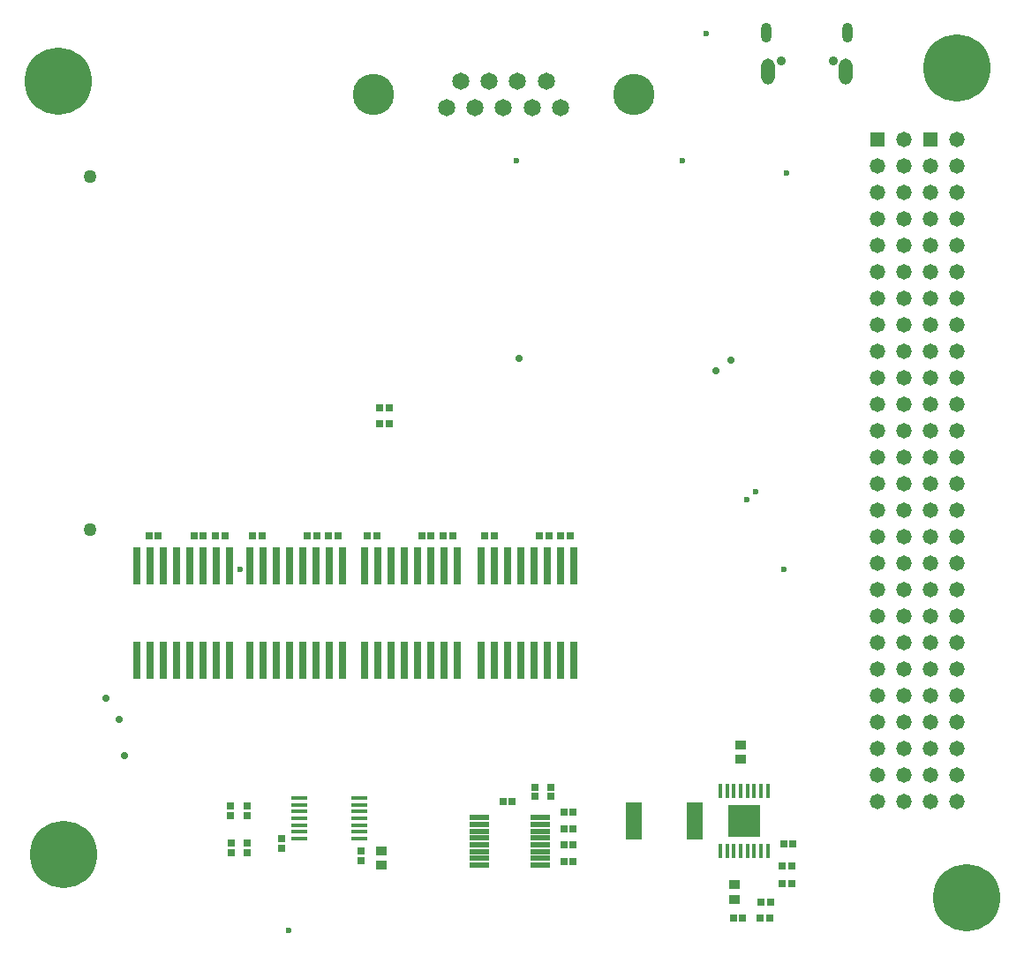
<source format=gbr>
%TF.GenerationSoftware,Altium Limited,Altium Designer,21.8.1 (53)*%
G04 Layer_Color=16711935*
%FSLAX45Y45*%
%MOMM*%
%TF.SameCoordinates,27AF3B28-2B88-43EB-8C06-45BE792F9E07*%
%TF.FilePolarity,Negative*%
%TF.FileFunction,Soldermask,Bot*%
%TF.Part,Single*%
G01*
G75*
%TA.AperFunction,ComponentPad*%
%ADD39C,1.65100*%
%TA.AperFunction,ViaPad*%
%ADD48C,0.60000*%
%TA.AperFunction,SMDPad,CuDef*%
%ADD66R,3.05000X3.05000*%
%ADD67R,0.35000X1.40000*%
%ADD74R,0.70160X3.60160*%
%ADD75R,1.50160X0.45160*%
%ADD76R,1.93240X0.57240*%
%ADD77R,0.65160X0.65160*%
%ADD78R,1.59160X3.52160*%
%ADD79R,0.65160X0.65160*%
%ADD80R,1.00160X0.90160*%
%TA.AperFunction,ComponentPad*%
%ADD81C,3.96240*%
%ADD82C,0.90160*%
%ADD83O,1.30160X2.50160*%
%ADD84O,1.00160X1.90160*%
%ADD85C,1.26460*%
%ADD86C,1.47160*%
%ADD87R,1.47160X1.47160*%
%ADD88C,6.45160*%
%TA.AperFunction,ViaPad*%
%ADD89C,0.70320*%
%TA.AperFunction,TestPad*%
%ADD90C,0.60000*%
D39*
X4181300Y8051800D02*
D03*
X4318300Y8305800D02*
D03*
X4455300Y8051800D02*
D03*
X4592300Y8305800D02*
D03*
X4729300Y8051800D02*
D03*
X4866300Y8305800D02*
D03*
X5003300Y8051800D02*
D03*
X5140300Y8305800D02*
D03*
X5277300Y8051800D02*
D03*
D48*
X2199640Y3616960D02*
D03*
X7444740Y7421880D02*
D03*
X7417661Y3616701D02*
D03*
X2672080Y160020D02*
D03*
X6446520Y7538720D02*
D03*
X4853940D02*
D03*
X6672580Y8755380D02*
D03*
D66*
X7035800Y1206500D02*
D03*
D67*
X6808300Y922020D02*
D03*
X6873300D02*
D03*
X6938300D02*
D03*
X7003300D02*
D03*
X7068300D02*
D03*
X7133300D02*
D03*
X7198300D02*
D03*
X7263300D02*
D03*
Y1490980D02*
D03*
X7198300D02*
D03*
X7133300D02*
D03*
X7068300D02*
D03*
X7003300D02*
D03*
X6938300D02*
D03*
X6873300D02*
D03*
X6808300D02*
D03*
D74*
X3395980Y2750820D02*
D03*
X3522980D02*
D03*
X3649980D02*
D03*
X3776980D02*
D03*
X3649980Y3650820D02*
D03*
X3522980D02*
D03*
X3395980D02*
D03*
X3776980D02*
D03*
X3903980D02*
D03*
X4030980D02*
D03*
X4157980D02*
D03*
X4284980D02*
D03*
Y2750820D02*
D03*
X4157980D02*
D03*
X4030980D02*
D03*
X3903980D02*
D03*
X2298700D02*
D03*
X2425700D02*
D03*
X2552700D02*
D03*
X2679700D02*
D03*
X2552700Y3650820D02*
D03*
X2425700D02*
D03*
X2298700D02*
D03*
X2679700D02*
D03*
X2806700D02*
D03*
X2933700D02*
D03*
X3060700D02*
D03*
X3187700D02*
D03*
Y2750820D02*
D03*
X3060700D02*
D03*
X2933700D02*
D03*
X2806700D02*
D03*
X5026660D02*
D03*
X5153660D02*
D03*
X5280660D02*
D03*
X5407660D02*
D03*
Y3650820D02*
D03*
X5280660D02*
D03*
X5153660D02*
D03*
X5026660D02*
D03*
X4899660D02*
D03*
X4518660D02*
D03*
X4645660D02*
D03*
X4772660D02*
D03*
X4899660Y2750820D02*
D03*
X4772660D02*
D03*
X4645660D02*
D03*
X4518660D02*
D03*
X1717040D02*
D03*
X1844040D02*
D03*
X1971040D02*
D03*
X2098040D02*
D03*
Y3650820D02*
D03*
X1971040D02*
D03*
X1844040D02*
D03*
X1717040D02*
D03*
X1590040D02*
D03*
X1209040D02*
D03*
X1336040D02*
D03*
X1463040D02*
D03*
X1590040Y2750820D02*
D03*
X1463040D02*
D03*
X1336040D02*
D03*
X1209040D02*
D03*
D75*
X2773200Y1101900D02*
D03*
Y1166900D02*
D03*
Y1231900D02*
D03*
X3348200Y1426900D02*
D03*
X2773200D02*
D03*
Y1361900D02*
D03*
Y1296900D02*
D03*
X3348200Y1361900D02*
D03*
Y1296900D02*
D03*
Y1231900D02*
D03*
Y1166900D02*
D03*
Y1101900D02*
D03*
Y1036900D02*
D03*
X2773200D02*
D03*
D76*
X5081900Y1238420D02*
D03*
Y1173420D02*
D03*
Y1108420D02*
D03*
Y1043420D02*
D03*
Y978420D02*
D03*
Y848420D02*
D03*
Y783420D02*
D03*
X4493900D02*
D03*
Y848420D02*
D03*
Y978420D02*
D03*
Y1043420D02*
D03*
Y1108420D02*
D03*
Y1173420D02*
D03*
Y1238420D02*
D03*
X5081900Y913420D02*
D03*
X4493900D02*
D03*
D77*
X2110740Y1350560D02*
D03*
Y1260560D02*
D03*
X2273300Y1260560D02*
D03*
Y1350560D02*
D03*
X2120900Y903860D02*
D03*
Y993860D02*
D03*
X2273300Y993860D02*
D03*
Y903860D02*
D03*
X5181600Y1442720D02*
D03*
Y1532720D02*
D03*
X5029200Y1442720D02*
D03*
Y1532720D02*
D03*
X2603500Y945600D02*
D03*
Y1035600D02*
D03*
X3365500Y825500D02*
D03*
Y915500D02*
D03*
D78*
X6565900Y1206500D02*
D03*
X5983100D02*
D03*
D79*
X7403000Y609600D02*
D03*
X7493000D02*
D03*
X7403000Y774700D02*
D03*
X7493000D02*
D03*
X6933100Y279400D02*
D03*
X7023100D02*
D03*
X7284000D02*
D03*
X7194000D02*
D03*
X5163820Y3939540D02*
D03*
X5073820D02*
D03*
X5278120D02*
D03*
X5368120D02*
D03*
X4035340D02*
D03*
X3945340D02*
D03*
X4150360D02*
D03*
X4240360D02*
D03*
X5308600Y1133686D02*
D03*
X5398600D02*
D03*
X5308600Y820420D02*
D03*
X5398600D02*
D03*
X2938060Y3939540D02*
D03*
X2848060D02*
D03*
X1851660D02*
D03*
X1761660D02*
D03*
X3053800D02*
D03*
X3143800D02*
D03*
X1965960D02*
D03*
X2055960D02*
D03*
X3634740Y5168900D02*
D03*
X3544740D02*
D03*
X5308600Y977053D02*
D03*
X5398600D02*
D03*
X5308600Y1290319D02*
D03*
X5398600D02*
D03*
X7416800Y990600D02*
D03*
X7506800D02*
D03*
X7289800Y431800D02*
D03*
X7199800D02*
D03*
X4552400Y3939540D02*
D03*
X4642400D02*
D03*
X3422820D02*
D03*
X3512820D02*
D03*
X4812580Y1391920D02*
D03*
X4722580D02*
D03*
X2324820Y3939540D02*
D03*
X2414820D02*
D03*
X1419140D02*
D03*
X1329140D02*
D03*
X3543300Y5016500D02*
D03*
X3633300D02*
D03*
D80*
X6946900Y456900D02*
D03*
Y596900D02*
D03*
X7005320Y1936900D02*
D03*
Y1796900D02*
D03*
X3556000Y920900D02*
D03*
Y780900D02*
D03*
D81*
X3479800Y8178800D02*
D03*
X5978800D02*
D03*
D82*
X7391400Y8496300D02*
D03*
X7891400D02*
D03*
D83*
X7268900Y8391300D02*
D03*
X8013900D02*
D03*
D84*
X7253900Y8771300D02*
D03*
X8028900D02*
D03*
D85*
X762500Y4000300D02*
D03*
Y7385300D02*
D03*
D86*
X8572500Y2667000D02*
D03*
Y2921000D02*
D03*
Y3429000D02*
D03*
Y3175000D02*
D03*
Y3937000D02*
D03*
Y4191000D02*
D03*
Y4445000D02*
D03*
Y4953000D02*
D03*
Y4699000D02*
D03*
Y5461000D02*
D03*
Y5969000D02*
D03*
Y5207000D02*
D03*
Y5715000D02*
D03*
Y3683000D02*
D03*
Y2413000D02*
D03*
X8318500Y6477000D02*
D03*
Y5715000D02*
D03*
Y5969000D02*
D03*
Y6223000D02*
D03*
Y5461000D02*
D03*
Y4953000D02*
D03*
Y7493000D02*
D03*
Y6985000D02*
D03*
Y6731000D02*
D03*
Y7239000D02*
D03*
Y5207000D02*
D03*
X8572500Y1397000D02*
D03*
Y2159000D02*
D03*
Y1651000D02*
D03*
X8318500Y1905000D02*
D03*
Y1651000D02*
D03*
X8572500Y1905000D02*
D03*
X8318500Y1397000D02*
D03*
Y2159000D02*
D03*
Y2667000D02*
D03*
Y2921000D02*
D03*
Y3175000D02*
D03*
Y3429000D02*
D03*
Y3683000D02*
D03*
Y3937000D02*
D03*
Y4445000D02*
D03*
Y4699000D02*
D03*
Y2413000D02*
D03*
Y4191000D02*
D03*
X8572500Y6731000D02*
D03*
Y6477000D02*
D03*
Y7239000D02*
D03*
Y6223000D02*
D03*
Y7747000D02*
D03*
Y6985000D02*
D03*
Y7493000D02*
D03*
X9080500Y2667000D02*
D03*
Y2921000D02*
D03*
Y3429000D02*
D03*
Y3175000D02*
D03*
Y3937000D02*
D03*
Y4191000D02*
D03*
Y4445000D02*
D03*
Y4953000D02*
D03*
Y4699000D02*
D03*
Y5461000D02*
D03*
Y5969000D02*
D03*
Y5207000D02*
D03*
Y5715000D02*
D03*
Y3683000D02*
D03*
Y2413000D02*
D03*
X8826500Y6477000D02*
D03*
Y5715000D02*
D03*
Y5969000D02*
D03*
Y6223000D02*
D03*
Y5461000D02*
D03*
Y4953000D02*
D03*
Y7493000D02*
D03*
Y6985000D02*
D03*
Y6731000D02*
D03*
Y7239000D02*
D03*
Y5207000D02*
D03*
X9080500Y1397000D02*
D03*
Y2159000D02*
D03*
Y1651000D02*
D03*
X8826500Y1905000D02*
D03*
Y1651000D02*
D03*
X9080500Y1905000D02*
D03*
X8826500Y1397000D02*
D03*
Y2159000D02*
D03*
Y2667000D02*
D03*
Y2921000D02*
D03*
Y3175000D02*
D03*
Y3429000D02*
D03*
Y3683000D02*
D03*
Y3937000D02*
D03*
Y4445000D02*
D03*
Y4699000D02*
D03*
Y2413000D02*
D03*
Y4191000D02*
D03*
X9080500Y6731000D02*
D03*
Y6477000D02*
D03*
Y7239000D02*
D03*
Y6223000D02*
D03*
Y7747000D02*
D03*
Y6985000D02*
D03*
Y7493000D02*
D03*
D87*
X8318500Y7747000D02*
D03*
X8826500D02*
D03*
D88*
X9169400Y469900D02*
D03*
X9080500Y8432800D02*
D03*
X457200Y8305800D02*
D03*
X508000Y889000D02*
D03*
D89*
X1094740Y1833880D02*
D03*
X6769100Y5527040D02*
D03*
X1041400Y2176780D02*
D03*
X916940Y2379980D02*
D03*
X4882280Y5641340D02*
D03*
X6908800Y5623560D02*
D03*
D90*
X7062295Y4291889D02*
D03*
X7150100Y4363720D02*
D03*
%TF.MD5,c498d0223676ececa90b11a70cf2d703*%
M02*

</source>
